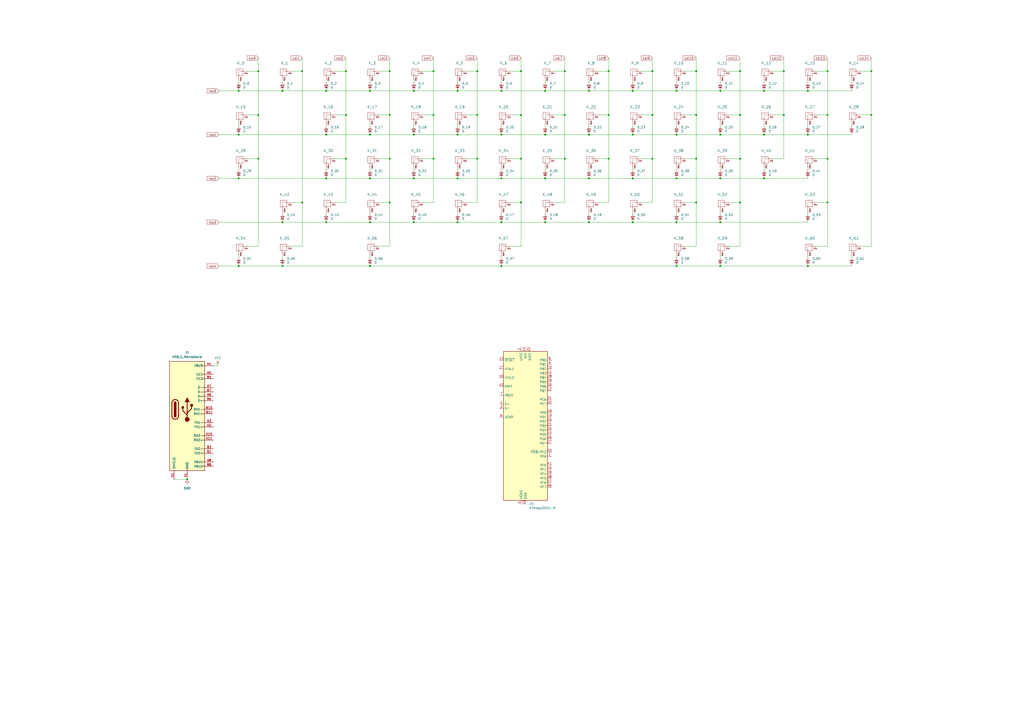
<source format=kicad_sch>
(kicad_sch (version 20231120) (generator "eeschema") (generator_version "8.0")
  (paper "A2")
  (junction (at 265.43 78.105))
  (junction (at 367.03 128.905))
  (junction (at 302.26 41.275))
  (junction (at 138.43 78.105))
  (junction (at 214.63 103.505))
  (junction (at 378.46 92.075))
  (junction (at 505.46 41.275))
  (junction (at 480.06 92.075))
  (junction (at 468.63 154.305))
  (junction (at 443.23 103.505))
  (junction (at 367.03 52.705))
  (junction (at 316.23 128.905))
  (junction (at 108.585 278.13))
  (junction (at 163.83 128.905))
  (junction (at 189.23 103.505))
  (junction (at 302.26 117.475))
  (junction (at 251.46 41.275))
  (junction (at 417.83 103.505))
  (junction (at 276.86 66.675))
  (junction (at 392.43 128.905))
  (junction (at 214.63 154.305))
  (junction (at 226.06 66.675))
  (junction (at 392.43 103.505))
  (junction (at 353.06 41.275))
  (junction (at 403.86 66.675))
  (junction (at 251.46 92.075))
  (junction (at 443.23 78.105))
  (junction (at 189.23 78.105))
  (junction (at 214.63 52.705))
  (junction (at 454.66 41.275))
  (junction (at 429.26 66.675))
  (junction (at 290.83 103.505))
  (junction (at 265.43 52.705))
  (junction (at 251.46 66.675))
  (junction (at 367.03 78.105))
  (junction (at 290.83 78.105))
  (junction (at 138.43 103.505))
  (junction (at 480.06 41.275))
  (junction (at 468.63 52.705))
  (junction (at 417.83 128.905))
  (junction (at 302.26 66.675))
  (junction (at 265.43 128.905))
  (junction (at 149.86 41.275))
  (junction (at 240.03 78.105))
  (junction (at 341.63 52.705))
  (junction (at 367.03 103.505))
  (junction (at 429.26 92.075))
  (junction (at 403.86 117.475))
  (junction (at 240.03 52.705))
  (junction (at 327.66 41.275))
  (junction (at 392.43 78.105))
  (junction (at 403.86 92.075))
  (junction (at 175.26 41.275))
  (junction (at 240.03 128.905))
  (junction (at 378.46 66.675))
  (junction (at 226.06 41.275))
  (junction (at 226.06 117.475))
  (junction (at 149.86 66.675))
  (junction (at 163.83 154.305))
  (junction (at 163.83 52.705))
  (junction (at 265.43 103.505))
  (junction (at 276.86 41.275))
  (junction (at 468.63 78.105))
  (junction (at 429.26 117.475))
  (junction (at 189.23 128.905))
  (junction (at 443.23 52.705))
  (junction (at 290.83 52.705))
  (junction (at 189.23 52.705))
  (junction (at 341.63 128.905))
  (junction (at 138.43 154.305))
  (junction (at 505.46 66.675))
  (junction (at 200.66 66.675))
  (junction (at 341.63 103.505))
  (junction (at 392.43 154.305))
  (junction (at 341.63 78.105))
  (junction (at 316.23 103.505))
  (junction (at 327.66 66.675))
  (junction (at 403.86 41.275))
  (junction (at 290.83 154.305))
  (junction (at 378.46 41.275))
  (junction (at 138.43 52.705))
  (junction (at 200.66 41.275))
  (junction (at 240.03 103.505))
  (junction (at 226.06 92.075))
  (junction (at 353.06 66.675))
  (junction (at 480.06 117.475))
  (junction (at 454.66 66.675))
  (junction (at 353.06 92.075))
  (junction (at 429.26 41.275))
  (junction (at 149.86 92.075))
  (junction (at 327.66 92.075))
  (junction (at 392.43 52.705))
  (junction (at 175.26 117.475))
  (junction (at 316.23 52.705))
  (junction (at 417.83 154.305))
  (junction (at 417.83 52.705))
  (junction (at 214.63 128.905))
  (junction (at 214.63 78.105))
  (junction (at 480.06 66.675))
  (junction (at 316.23 78.105))
  (junction (at 276.86 92.075))
  (junction (at 290.83 128.905))
  (junction (at 200.66 92.075))
  (junction (at 417.83 78.105))
  (junction (at 302.26 92.075))
  (wire (pts (xy 397.51 66.675) (xy 403.86 66.675)))
  (wire (pts (xy 397.51 41.275) (xy 403.86 41.275)))
  (wire (pts (xy 499.11 142.875) (xy 505.46 142.875)))
  (wire (pts (xy 127 103.505) (xy 138.43 103.505)))
  (wire (pts (xy 417.83 71.755) (xy 417.83 73.025)))
  (wire (pts (xy 443.23 78.105) (xy 468.63 78.105)))
  (wire (pts (xy 392.43 52.705) (xy 417.83 52.705)))
  (wire (pts (xy 245.11 92.075) (xy 251.46 92.075)))
  (wire (pts (xy 240.03 78.105) (xy 265.43 78.105)))
  (wire (pts (xy 397.51 117.475) (xy 403.86 117.475)))
  (wire (pts (xy 494.03 147.955) (xy 494.03 149.225)))
  (wire (pts (xy 480.06 33.655) (xy 480.06 41.275)))
  (wire (pts (xy 378.46 41.275) (xy 378.46 66.675)))
  (wire (pts (xy 378.46 92.075) (xy 378.46 66.675)))
  (wire (pts (xy 149.86 142.875) (xy 149.86 92.075)))
  (wire (pts (xy 473.71 66.675) (xy 480.06 66.675)))
  (wire (pts (xy 341.63 78.105) (xy 367.03 78.105)))
  (wire (pts (xy 353.06 117.475) (xy 353.06 92.075)))
  (wire (pts (xy 443.23 97.155) (xy 443.23 98.425)))
  (wire (pts (xy 454.66 92.075) (xy 454.66 66.675)))
  (wire (pts (xy 367.03 71.755) (xy 367.03 73.025)))
  (wire (pts (xy 138.43 97.155) (xy 138.43 98.425)))
  (wire (pts (xy 163.83 46.355) (xy 163.83 47.625)))
  (wire (pts (xy 378.46 33.655) (xy 378.46 41.275)))
  (wire (pts (xy 372.11 66.675) (xy 378.46 66.675)))
  (wire (pts (xy 341.63 122.555) (xy 341.63 123.825)))
  (wire (pts (xy 443.23 46.355) (xy 443.23 47.625)))
  (wire (pts (xy 163.83 147.955) (xy 163.83 149.225)))
  (wire (pts (xy 270.51 92.075) (xy 276.86 92.075)))
  (wire (pts (xy 473.71 41.275) (xy 480.06 41.275)))
  (wire (pts (xy 163.83 154.305) (xy 214.63 154.305)))
  (wire (pts (xy 392.43 147.955) (xy 392.43 149.225)))
  (wire (pts (xy 448.31 66.675) (xy 454.66 66.675)))
  (wire (pts (xy 214.63 128.905) (xy 240.03 128.905)))
  (wire (pts (xy 321.31 92.075) (xy 327.66 92.075)))
  (wire (pts (xy 468.63 147.955) (xy 468.63 149.225)))
  (wire (pts (xy 175.26 142.875) (xy 175.26 117.475)))
  (wire (pts (xy 316.23 46.355) (xy 316.23 47.625)))
  (wire (pts (xy 143.51 142.875) (xy 149.86 142.875)))
  (wire (pts (xy 341.63 52.705) (xy 367.03 52.705)))
  (wire (pts (xy 240.03 52.705) (xy 265.43 52.705)))
  (wire (pts (xy 302.26 92.075) (xy 302.26 66.675)))
  (wire (pts (xy 219.71 41.275) (xy 226.06 41.275)))
  (wire (pts (xy 265.43 122.555) (xy 265.43 123.825)))
  (wire (pts (xy 302.26 33.655) (xy 302.26 41.275)))
  (wire (pts (xy 163.83 122.555) (xy 163.83 123.825)))
  (wire (pts (xy 251.46 41.275) (xy 251.46 66.675)))
  (wire (pts (xy 127 128.905) (xy 163.83 128.905)))
  (wire (pts (xy 214.63 46.355) (xy 214.63 47.625)))
  (wire (pts (xy 194.31 66.675) (xy 200.66 66.675)))
  (wire (pts (xy 175.26 33.655) (xy 175.26 41.275)))
  (wire (pts (xy 214.63 154.305) (xy 290.83 154.305)))
  (wire (pts (xy 494.03 71.755) (xy 494.03 73.025)))
  (wire (pts (xy 290.83 154.305) (xy 392.43 154.305)))
  (wire (pts (xy 341.63 103.505) (xy 367.03 103.505)))
  (wire (pts (xy 316.23 52.705) (xy 341.63 52.705)))
  (wire (pts (xy 480.06 142.875) (xy 480.06 117.475)))
  (wire (pts (xy 270.51 41.275) (xy 276.86 41.275)))
  (wire (pts (xy 367.03 46.355) (xy 367.03 47.625)))
  (wire (pts (xy 219.71 66.675) (xy 226.06 66.675)))
  (wire (pts (xy 240.03 71.755) (xy 240.03 73.025)))
  (wire (pts (xy 468.63 122.555) (xy 468.63 123.825)))
  (wire (pts (xy 473.71 92.075) (xy 480.06 92.075)))
  (wire (pts (xy 295.91 92.075) (xy 302.26 92.075)))
  (wire (pts (xy 127 154.305) (xy 138.43 154.305)))
  (wire (pts (xy 397.51 92.075) (xy 403.86 92.075)))
  (wire (pts (xy 403.86 142.875) (xy 403.86 117.475)))
  (wire (pts (xy 397.51 142.875) (xy 403.86 142.875)))
  (wire (pts (xy 417.83 154.305) (xy 468.63 154.305)))
  (wire (pts (xy 194.31 92.075) (xy 200.66 92.075)))
  (wire (pts (xy 270.51 117.475) (xy 276.86 117.475)))
  (wire (pts (xy 138.43 147.955) (xy 138.43 149.225)))
  (wire (pts (xy 290.83 128.905) (xy 316.23 128.905)))
  (wire (pts (xy 276.86 117.475) (xy 276.86 92.075)))
  (wire (pts (xy 316.23 97.155) (xy 316.23 98.425)))
  (wire (pts (xy 480.06 92.075) (xy 480.06 66.675)))
  (wire (pts (xy 327.66 117.475) (xy 327.66 92.075)))
  (wire (pts (xy 403.86 92.075) (xy 403.86 66.675)))
  (wire (pts (xy 316.23 71.755) (xy 316.23 73.025)))
  (wire (pts (xy 422.91 117.475) (xy 429.26 117.475)))
  (wire (pts (xy 327.66 92.075) (xy 327.66 66.675)))
  (wire (pts (xy 468.63 154.305) (xy 494.03 154.305)))
  (wire (pts (xy 392.43 103.505) (xy 417.83 103.505)))
  (wire (pts (xy 392.43 46.355) (xy 392.43 47.625)))
  (wire (pts (xy 353.06 41.275) (xy 353.06 66.675)))
  (wire (pts (xy 372.11 92.075) (xy 378.46 92.075)))
  (wire (pts (xy 429.26 41.275) (xy 429.26 66.675)))
  (wire (pts (xy 392.43 78.105) (xy 417.83 78.105)))
  (wire (pts (xy 316.23 128.905) (xy 341.63 128.905)))
  (wire (pts (xy 302.26 41.275) (xy 302.26 66.675)))
  (wire (pts (xy 194.31 41.275) (xy 200.66 41.275)))
  (wire (pts (xy 327.66 41.275) (xy 327.66 66.675)))
  (wire (pts (xy 295.91 66.675) (xy 302.26 66.675)))
  (wire (pts (xy 138.43 46.355) (xy 138.43 47.625)))
  (wire (pts (xy 126.365 212.09) (xy 123.825 212.09)))
  (wire (pts (xy 468.63 52.705) (xy 494.03 52.705)))
  (wire (pts (xy 143.51 41.275) (xy 149.86 41.275)))
  (wire (pts (xy 316.23 122.555) (xy 316.23 123.825)))
  (wire (pts (xy 175.26 41.275) (xy 175.26 117.475)))
  (wire (pts (xy 367.03 97.155) (xy 367.03 98.425)))
  (wire (pts (xy 367.03 52.705) (xy 392.43 52.705)))
  (wire (pts (xy 194.31 117.475) (xy 200.66 117.475)))
  (wire (pts (xy 295.91 41.275) (xy 302.26 41.275)))
  (wire (pts (xy 295.91 117.475) (xy 302.26 117.475)))
  (wire (pts (xy 214.63 78.105) (xy 240.03 78.105)))
  (wire (pts (xy 302.26 117.475) (xy 302.26 92.075)))
  (wire (pts (xy 341.63 71.755) (xy 341.63 73.025)))
  (wire (pts (xy 505.46 41.275) (xy 505.46 66.675)))
  (wire (pts (xy 276.86 41.275) (xy 276.86 66.675)))
  (wire (pts (xy 443.23 52.705) (xy 468.63 52.705)))
  (wire (pts (xy 240.03 128.905) (xy 265.43 128.905)))
  (wire (pts (xy 290.83 71.755) (xy 290.83 73.025)))
  (wire (pts (xy 265.43 71.755) (xy 265.43 73.025)))
  (wire (pts (xy 251.46 92.075) (xy 251.46 66.675)))
  (wire (pts (xy 214.63 103.505) (xy 240.03 103.505)))
  (wire (pts (xy 240.03 97.155) (xy 240.03 98.425)))
  (wire (pts (xy 290.83 97.155) (xy 290.83 98.425)))
  (wire (pts (xy 265.43 97.155) (xy 265.43 98.425)))
  (wire (pts (xy 321.31 66.675) (xy 327.66 66.675)))
  (wire (pts (xy 189.23 103.505) (xy 214.63 103.505)))
  (wire (pts (xy 392.43 97.155) (xy 392.43 98.425)))
  (wire (pts (xy 327.66 33.655) (xy 327.66 41.275)))
  (wire (pts (xy 276.86 92.075) (xy 276.86 66.675)))
  (wire (pts (xy 346.71 41.275) (xy 353.06 41.275)))
  (wire (pts (xy 127 78.105) (xy 138.43 78.105)))
  (wire (pts (xy 422.91 41.275) (xy 429.26 41.275)))
  (wire (pts (xy 454.66 33.655) (xy 454.66 41.275)))
  (wire (pts (xy 143.51 92.075) (xy 149.86 92.075)))
  (wire (pts (xy 321.31 117.475) (xy 327.66 117.475)))
  (wire (pts (xy 143.51 66.675) (xy 149.86 66.675)))
  (wire (pts (xy 392.43 128.905) (xy 417.83 128.905)))
  (wire (pts (xy 321.31 41.275) (xy 327.66 41.275)))
  (wire (pts (xy 200.66 41.275) (xy 200.66 66.675)))
  (wire (pts (xy 480.06 117.475) (xy 480.06 92.075)))
  (wire (pts (xy 200.66 117.475) (xy 200.66 92.075)))
  (wire (pts (xy 429.26 142.875) (xy 429.26 117.475)))
  (wire (pts (xy 372.11 41.275) (xy 378.46 41.275)))
  (wire (pts (xy 189.23 128.905) (xy 214.63 128.905)))
  (wire (pts (xy 149.86 41.275) (xy 149.86 66.675)))
  (wire (pts (xy 265.43 103.505) (xy 290.83 103.505)))
  (wire (pts (xy 417.83 128.905) (xy 468.63 128.905)))
  (wire (pts (xy 417.83 97.155) (xy 417.83 98.425)))
  (wire (pts (xy 138.43 78.105) (xy 189.23 78.105)))
  (wire (pts (xy 417.83 103.505) (xy 443.23 103.505)))
  (wire (pts (xy 316.23 78.105) (xy 341.63 78.105)))
  (wire (pts (xy 189.23 52.705) (xy 214.63 52.705)))
  (wire (pts (xy 200.66 92.075) (xy 200.66 66.675)))
  (wire (pts (xy 214.63 52.705) (xy 240.03 52.705)))
  (wire (pts (xy 290.83 78.105) (xy 316.23 78.105)))
  (wire (pts (xy 163.83 128.905) (xy 189.23 128.905)))
  (wire (pts (xy 138.43 71.755) (xy 138.43 73.025)))
  (wire (pts (xy 443.23 103.505) (xy 468.63 103.505)))
  (wire (pts (xy 429.26 33.655) (xy 429.26 41.275)))
  (wire (pts (xy 138.43 52.705) (xy 163.83 52.705)))
  (wire (pts (xy 168.91 142.875) (xy 175.26 142.875)))
  (wire (pts (xy 240.03 122.555) (xy 240.03 123.825)))
  (wire (pts (xy 290.83 103.505) (xy 316.23 103.505)))
  (wire (pts (xy 214.63 97.155) (xy 214.63 98.425)))
  (wire (pts (xy 240.03 46.355) (xy 240.03 47.625)))
  (wire (pts (xy 168.91 41.275) (xy 175.26 41.275)))
  (wire (pts (xy 367.03 103.505) (xy 392.43 103.505)))
  (wire (pts (xy 189.23 78.105) (xy 214.63 78.105)))
  (wire (pts (xy 448.31 92.075) (xy 454.66 92.075)))
  (wire (pts (xy 149.86 92.075) (xy 149.86 66.675)))
  (wire (pts (xy 265.43 78.105) (xy 290.83 78.105)))
  (wire (pts (xy 417.83 147.955) (xy 417.83 149.225)))
  (wire (pts (xy 163.83 52.705) (xy 189.23 52.705)))
  (wire (pts (xy 290.83 147.955) (xy 290.83 149.225)))
  (wire (pts (xy 290.83 46.355) (xy 290.83 47.625)))
  (wire (pts (xy 378.46 117.475) (xy 378.46 92.075)))
  (wire (pts (xy 341.63 128.905) (xy 367.03 128.905)))
  (wire (pts (xy 422.91 92.075) (xy 429.26 92.075)))
  (wire (pts (xy 265.43 128.905) (xy 290.83 128.905)))
  (wire (pts (xy 505.46 33.655) (xy 505.46 41.275)))
  (wire (pts (xy 473.71 117.475) (xy 480.06 117.475)))
  (wire (pts (xy 200.66 33.655) (xy 200.66 41.275)))
  (wire (pts (xy 392.43 154.305) (xy 417.83 154.305)))
  (wire (pts (xy 341.63 97.155) (xy 341.63 98.425)))
  (wire (pts (xy 295.91 142.875) (xy 302.26 142.875)))
  (wire (pts (xy 443.23 71.755) (xy 443.23 73.025)))
  (wire (pts (xy 138.43 154.305) (xy 163.83 154.305)))
  (wire (pts (xy 302.26 142.875) (xy 302.26 117.475)))
  (wire (pts (xy 226.06 142.875) (xy 226.06 117.475)))
  (wire (pts (xy 189.23 46.355) (xy 189.23 47.625)))
  (wire (pts (xy 290.83 52.705) (xy 316.23 52.705)))
  (wire (pts (xy 240.03 103.505) (xy 265.43 103.505)))
  (wire (pts (xy 468.63 46.355) (xy 468.63 47.625)))
  (wire (pts (xy 468.63 71.755) (xy 468.63 73.025)))
  (wire (pts (xy 245.11 117.475) (xy 251.46 117.475)))
  (wire (pts (xy 403.86 41.275) (xy 403.86 66.675)))
  (wire (pts (xy 505.46 142.875) (xy 505.46 66.675)))
  (wire (pts (xy 214.63 122.555) (xy 214.63 123.825)))
  (wire (pts (xy 499.11 66.675) (xy 505.46 66.675)))
  (wire (pts (xy 226.06 33.655) (xy 226.06 41.275)))
  (wire (pts (xy 367.03 128.905) (xy 392.43 128.905)))
  (wire (pts (xy 346.71 92.075) (xy 353.06 92.075)))
  (wire (pts (xy 353.06 33.655) (xy 353.06 41.275)))
  (wire (pts (xy 245.11 66.675) (xy 251.46 66.675)))
  (wire (pts (xy 417.83 122.555) (xy 417.83 123.825)))
  (wire (pts (xy 245.11 41.275) (xy 251.46 41.275)))
  (wire (pts (xy 251.46 33.655) (xy 251.46 41.275)))
  (wire (pts (xy 346.71 66.675) (xy 353.06 66.675)))
  (wire (pts (xy 417.83 52.705) (xy 443.23 52.705)))
  (wire (pts (xy 127 52.705) (xy 138.43 52.705)))
  (wire (pts (xy 100.965 278.13) (xy 108.585 278.13)))
  (wire (pts (xy 429.26 117.475) (xy 429.26 92.075)))
  (wire (pts (xy 219.71 92.075) (xy 226.06 92.075)))
  (wire (pts (xy 367.03 122.555) (xy 367.03 123.825)))
  (wire (pts (xy 138.43 103.505) (xy 189.23 103.505)))
  (wire (pts (xy 403.86 33.655) (xy 403.86 41.275)))
  (wire (pts (xy 429.26 92.075) (xy 429.26 66.675)))
  (wire (pts (xy 276.86 33.655) (xy 276.86 41.275)))
  (wire (pts (xy 422.91 66.675) (xy 429.26 66.675)))
  (wire (pts (xy 270.51 66.675) (xy 276.86 66.675)))
  (wire (pts (xy 392.43 71.755) (xy 392.43 73.025)))
  (wire (pts (xy 226.06 41.275) (xy 226.06 66.675)))
  (wire (pts (xy 214.63 71.755) (xy 214.63 73.025)))
  (wire (pts (xy 189.23 122.555) (xy 189.23 123.825)))
  (wire (pts (xy 219.71 117.475) (xy 226.06 117.475)))
  (wire (pts (xy 454.66 41.275) (xy 454.66 66.675)))
  (wire (pts (xy 214.63 147.955) (xy 214.63 149.225)))
  (wire (pts (xy 499.11 41.275) (xy 505.46 41.275)))
  (wire (pts (xy 265.43 52.705) (xy 290.83 52.705)))
  (wire (pts (xy 290.83 122.555) (xy 290.83 123.825)))
  (wire (pts (xy 422.91 142.875) (xy 429.26 142.875)))
  (wire (pts (xy 226.06 117.475) (xy 226.06 92.075)))
  (wire (pts (xy 265.43 46.355) (xy 265.43 47.625)))
  (wire (pts (xy 468.63 78.105) (xy 494.03 78.105)))
  (wire (pts (xy 417.83 78.105) (xy 443.23 78.105)))
  (wire (pts (xy 494.03 46.355) (xy 494.03 47.625)))
  (wire (pts (xy 480.06 41.275) (xy 480.06 66.675)))
  (wire (pts (xy 473.71 142.875) (xy 480.06 142.875)))
  (wire (pts (xy 403.86 117.475) (xy 403.86 92.075)))
  (wire (pts (xy 149.86 33.655) (xy 149.86 41.275)))
  (wire (pts (xy 189.23 71.755) (xy 189.23 73.025)))
  (wire (pts (xy 353.06 92.075) (xy 353.06 66.675)))
  (wire (pts (xy 417.83 46.355) (xy 417.83 47.625)))
  (wire (pts (xy 226.06 92.075) (xy 226.06 66.675)))
  (wire (pts (xy 251.46 117.475) (xy 251.46 92.075)))
  (wire (pts (xy 372.11 117.475) (xy 378.46 117.475)))
  (wire (pts (xy 346.71 117.475) (xy 353.06 117.475)))
  (wire (pts (xy 168.91 117.475) (xy 175.26 117.475)))
  (wire (pts (xy 392.43 122.555) (xy 392.43 123.825)))
  (wire (pts (xy 189.23 97.155) (xy 189.23 98.425)))
  (wire (pts (xy 367.03 78.105) (xy 392.43 78.105)))
  (wire (pts (xy 448.31 41.275) (xy 454.66 41.275)))
  (wire (pts (xy 219.71 142.875) (xy 226.06 142.875)))
  (wire (pts (xy 316.23 103.505) (xy 341.63 103.505)))
  (wire (pts (xy 341.63 46.355) (xy 341.63 47.625)))
  (wire (pts (xy 468.63 97.155) (xy 468.63 98.425)))
  (global_label "col10" (shape input) (at 403.86 33.655 180) (property "Intersheetrefs" "${INTERSHEET_REFS}" (effects (hide yes))))
  (global_label "col7" (shape input) (at 327.66 33.655 180) (property "Intersheetrefs" "${INTERSHEET_REFS}" (effects (hide yes))))
  (global_label "col2" (shape input) (at 200.66 33.655 180) (property "Intersheetrefs" "${INTERSHEET_REFS}" (effects (hide yes))))
  (global_label "col13" (shape input) (at 480.06 33.655 180) (property "Intersheetrefs" "${INTERSHEET_REFS}" (effects (hide yes))))
  (global_label "col8" (shape input) (at 353.06 33.655 180) (property "Intersheetrefs" "${INTERSHEET_REFS}" (effects (hide yes))))
  (global_label "row2" (shape input) (at 127 103.505 180) (property "Intersheetrefs" "${INTERSHEET_REFS}" (effects (hide yes))))
  (global_label "col5" (shape input) (at 276.86 33.655 180) (property "Intersheetrefs" "${INTERSHEET_REFS}" (effects (hide yes))))
  (global_label "col9" (shape input) (at 378.46 33.655 180) (property "Intersheetrefs" "${INTERSHEET_REFS}" (effects (hide yes))))
  (global_label "col6" (shape input) (at 302.26 33.655 180) (property "Intersheetrefs" "${INTERSHEET_REFS}" (effects (hide yes))))
  (global_label "col11" (shape input) (at 429.26 33.655 180) (property "Intersheetrefs" "${INTERSHEET_REFS}" (effects (hide yes))))
  (global_label "col3" (shape input) (at 226.06 33.655 180) (property "Intersheetrefs" "${INTERSHEET_REFS}" (effects (hide yes))))
  (global_label "row1" (shape input) (at 127 78.105 180) (property "Intersheetrefs" "${INTERSHEET_REFS}" (effects (hide yes))))
  (global_label "row0" (shape input) (at 127 52.705 180) (property "Intersheetrefs" "${INTERSHEET_REFS}" (effects (hide yes))))
  (global_label "col1" (shape input) (at 175.26 33.655 180) (property "Intersheetrefs" "${INTERSHEET_REFS}" (effects (hide yes))))
  (global_label "row3" (shape input) (at 127 128.905 180) (property "Intersheetrefs" "${INTERSHEET_REFS}" (effects (hide yes))))
  (global_label "row4" (shape input) (at 127 154.305 180) (property "Intersheetrefs" "${INTERSHEET_REFS}" (effects (hide yes))))
  (global_label "col14" (shape input) (at 505.46 33.655 180) (property "Intersheetrefs" "${INTERSHEET_REFS}" (effects (hide yes))))
  (global_label "col4" (shape input) (at 251.46 33.655 180) (property "Intersheetrefs" "${INTERSHEET_REFS}" (effects (hide yes))))
  (global_label "col0" (shape input) (at 149.86 33.655 180) (property "Intersheetrefs" "${INTERSHEET_REFS}" (effects (hide yes))))
  (global_label "col12" (shape input) (at 454.66 33.655 180) (property "Intersheetrefs" "${INTERSHEET_REFS}" (effects (hide yes))))
  (symbol (lib_id "MX_Alps_Hybrid:MX-NoLED") (at 495.3 42.545 0) (unit 1)
    (property "Reference" "K_14" (at 495.3 36.6268 0) (effects (font (size 1.524 1.524))))
    (property "Value" "KEYSW" (effects (hide yes)))
    (property "Footprint" "keyboard_switches:SW_Cherry_MX_PCB_1.00u" (effects (hide yes)))
  )
  (symbol (lib_id "MX_Alps_Hybrid:MX-NoLED") (at 317.5 93.345 0) (unit 1)
    (property "Reference" "K_35" (at 317.5 87.4268 0) (effects (font (size 1.524 1.524))))
    (property "Value" "KEYSW" (effects (hide yes)))
    (property "Footprint" "keyboard_switches:SW_Cherry_MX_PCB_1.00u" (effects (hide yes)))
  )
  (symbol (lib_id "MX_Alps_Hybrid:MX-NoLED") (at 190.5 118.745 0) (unit 1)
    (property "Reference" "K_43" (at 190.5 112.8268 0) (effects (font (size 1.524 1.524))))
    (property "Value" "KEYSW" (effects (hide yes)))
    (property "Footprint" "keyboard_switches:SW_Cherry_MX_PCB_1.00u" (effects (hide yes)))
  )
  (symbol (lib_id "Device:D_Small") (at 494.03 151.765 90) (unit 1)
    (property "Reference" "D_61" (at 496.57 149.987 90) (effects (justify right)))
    (property "Value" "D" (at 496.57 152.273 90) (effects (justify right)))
    (property "Footprint" "Diode_SMD:D_SOD-123" (effects (hide yes)))
  )
  (symbol (lib_id "MX_Alps_Hybrid:MX-NoLED") (at 190.5 67.945 0) (unit 1)
    (property "Reference" "K_16" (at 190.5 62.0268 0) (effects (font (size 1.524 1.524))))
    (property "Value" "KEYSW" (effects (hide yes)))
    (property "Footprint" "keyboard_switches:SW_Cherry_MX_PCB_1.00u" (effects (hide yes)))
  )
  (symbol (lib_id "MX_Alps_Hybrid:MX-NoLED") (at 266.7 42.545 0) (unit 1)
    (property "Reference" "K_5" (at 266.7 36.6268 0) (effects (font (size 1.524 1.524))))
    (property "Value" "KEYSW" (effects (hide yes)))
    (property "Footprint" "keyboard_switches:SW_Cherry_MX_PCB_1.00u" (effects (hide yes)))
  )
  (symbol (lib_id "Device:D_Small") (at 163.83 50.165 90) (unit 1)
    (property "Reference" "D_1" (at 166.37 48.387 90) (effects (justify right)))
    (property "Value" "D" (at 166.37 50.673 90) (effects (justify right)))
    (property "Footprint" "Diode_SMD:D_SOD-123" (effects (hide yes)))
  )
  (symbol (lib_id "Device:D_Small") (at 240.03 75.565 90) (unit 1)
    (property "Reference" "D_18" (at 242.57 73.787 90) (effects (justify right)))
    (property "Value" "D" (at 242.57 76.073 90) (effects (justify right)))
    (property "Footprint" "Diode_SMD:D_SOD-123" (effects (hide yes)))
  )
  (symbol (lib_id "MX_Alps_Hybrid:MX-NoLED") (at 241.3 67.945 0) (unit 1)
    (property "Reference" "K_18" (at 241.3 62.0268 0) (effects (font (size 1.524 1.524))))
    (property "Value" "KEYSW" (effects (hide yes)))
    (property "Footprint" "keyboard_switches:SW_Cherry_MX_PCB_1.00u" (effects (hide yes)))
  )
  (symbol (lib_id "MX_Alps_Hybrid:MX-NoLED") (at 368.3 67.945 0) (unit 1)
    (property "Reference" "K_23" (at 368.3 62.0268 0) (effects (font (size 1.524 1.524))))
    (property "Value" "KEYSW" (effects (hide yes)))
    (property "Footprint" "keyboard_switches:SW_Cherry_MX_PCB_1.00u" (effects (hide yes)))
  )
  (symbol (lib_id "MX_Alps_Hybrid:MX-NoLED") (at 139.7 144.145 0) (unit 1)
    (property "Reference" "K_54" (at 139.7 138.2268 0) (effects (font (size 1.524 1.524))))
    (property "Value" "KEYSW" (effects (hide yes)))
    (property "Footprint" "keyboard_switches:SW_Cherry_MX_PCB_1.25u" (effects (hide yes)))
  )
  (symbol (lib_id "Device:D_Small") (at 417.83 50.165 90) (unit 1)
    (property "Reference" "D_11" (at 420.37 48.387 90) (effects (justify right)))
    (property "Value" "D" (at 420.37 50.673 90) (effects (justify right)))
    (property "Footprint" "Diode_SMD:D_SOD-123" (effects (hide yes)))
  )
  (symbol (lib_id "MX_Alps_Hybrid:MX-NoLED") (at 317.5 118.745 0) (unit 1)
    (property "Reference" "K_48" (at 317.5 112.8268 0) (effects (font (size 1.524 1.524))))
    (property "Value" "KEYSW" (effects (hide yes)))
    (property "Footprint" "keyboard_switches:SW_Cherry_MX_PCB_1.00u" (effects (hide yes)))
  )
  (symbol (lib_id "Device:D_Small") (at 367.03 75.565 90) (unit 1)
    (property "Reference" "D_23" (at 369.57 73.787 90) (effects (justify right)))
    (property "Value" "D" (at 369.57 76.073 90) (effects (justify right)))
    (property "Footprint" "Diode_SMD:D_SOD-123" (effects (hide yes)))
  )
  (symbol (lib_id "Device:D_Small") (at 189.23 100.965 90) (unit 1)
    (property "Reference" "D_30" (at 191.77 99.187 90) (effects (justify right)))
    (property "Value" "D" (at 191.77 101.473 90) (effects (justify right)))
    (property "Footprint" "Diode_SMD:D_SOD-123" (effects (hide yes)))
  )
  (symbol (lib_id "Device:D_Small") (at 443.23 75.565 90) (unit 1)
    (property "Reference" "D_26" (at 445.77 73.787 90) (effects (justify right)))
    (property "Value" "D" (at 445.77 76.073 90) (effects (justify right)))
    (property "Footprint" "Diode_SMD:D_SOD-123" (effects (hide yes)))
  )
  (symbol (lib_id "Device:D_Small") (at 341.63 75.565 90) (unit 1)
    (property "Reference" "D_22" (at 344.17 73.787 90) (effects (justify right)))
    (property "Value" "D" (at 344.17 76.073 90) (effects (justify right)))
    (property "Footprint" "Diode_SMD:D_SOD-123" (effects (hide yes)))
  )
  (symbol (lib_id "MX_Alps_Hybrid:MX-NoLED") (at 266.7 93.345 0) (unit 1)
    (property "Reference" "K_33" (at 266.7 87.4268 0) (effects (font (size 1.524 1.524))))
    (property "Value" "KEYSW" (effects (hide yes)))
    (property "Footprint" "keyboard_switches:SW_Cherry_MX_PCB_1.00u" (effects (hide yes)))
  )
  (symbol (lib_id "MX_Alps_Hybrid:MX-NoLED") (at 342.9 42.545 0) (unit 1)
    (property "Reference" "K_8" (at 342.9 36.6268 0) (effects (font (size 1.524 1.524))))
    (property "Value" "KEYSW" (effects (hide yes)))
    (property "Footprint" "keyboard_switches:SW_Cherry_MX_PCB_1.00u" (effects (hide yes)))
  )
  (symbol (lib_id "MX_Alps_Hybrid:MX-NoLED") (at 139.7 93.345 0) (unit 1)
    (property "Reference" "K_29" (at 139.7 87.4268 0) (effects (font (size 1.524 1.524))))
    (property "Value" "KEYSW" (effects (hide yes)))
    (property "Footprint" "keyboard_switches:SW_Cherry_MX_PCB_1.75u" (effects (hide yes)))
  )
  (symbol (lib_id "Device:D_Small") (at 290.83 75.565 90) (unit 1)
    (property "Reference" "D_20" (at 293.37 73.787 90) (effects (justify right)))
    (property "Value" "D" (at 293.37 76.073 90) (effects (justify right)))
    (property "Footprint" "Diode_SMD:D_SOD-123" (effects (hide yes)))
  )
  (symbol (lib_id "MX_Alps_Hybrid:MX-NoLED") (at 292.1 93.345 0) (unit 1)
    (property "Reference" "K_34" (at 292.1 87.4268 0) (effects (font (size 1.524 1.524))))
    (property "Value" "KEYSW" (effects (hide yes)))
    (property "Footprint" "keyboard_switches:SW_Cherry_MX_PCB_1.00u" (effects (hide yes)))
  )
  (symbol (lib_id "Device:D_Small") (at 290.83 50.165 90) (unit 1)
    (property "Reference" "D_6" (at 293.37 48.387 90) (effects (justify right)))
    (property "Value" "D" (at 293.37 50.673 90) (effects (justify right)))
    (property "Footprint" "Diode_SMD:D_SOD-123" (effects (hide yes)))
  )
  (symbol (lib_id "Device:D_Small") (at 316.23 75.565 90) (unit 1)
    (property "Reference" "D_21" (at 318.77 73.787 90) (effects (justify right)))
    (property "Value" "D" (at 318.77 76.073 90) (effects (justify right)))
    (property "Footprint" "Diode_SMD:D_SOD-123" (effects (hide yes)))
  )
  (symbol (lib_id "MX_Alps_Hybrid:MX-NoLED") (at 368.3 42.545 0) (unit 1)
    (property "Reference" "K_9" (at 368.3 36.6268 0) (effects (font (size 1.524 1.524))))
    (property "Value" "KEYSW" (effects (hide yes)))
    (property "Footprint" "keyboard_switches:SW_Cherry_MX_PCB_1.00u" (effects (hide yes)))
  )
  (symbol (lib_id "MX_Alps_Hybrid:MX-NoLED") (at 292.1 67.945 0) (unit 1)
    (property "Reference" "K_20" (at 292.1 62.0268 0) (effects (font (size 1.524 1.524))))
    (property "Value" "KEYSW" (effects (hide yes)))
    (property "Footprint" "keyboard_switches:SW_Cherry_MX_PCB_1.00u" (effects (hide yes)))
  )
  (symbol (lib_id "Device:D_Small") (at 214.63 151.765 90) (unit 1)
    (property "Reference" "D_56" (at 217.17 149.987 90) (effects (justify right)))
    (property "Value" "D" (at 217.17 152.273 90) (effects (justify right)))
    (property "Footprint" "Diode_SMD:D_SOD-123" (effects (hide yes)))
  )
  (symbol (lib_id "Device:D_Small") (at 341.63 126.365 90) (unit 1)
    (property "Reference" "D_49" (at 344.17 124.587 90) (effects (justify right)))
    (property "Value" "D" (at 344.17 126.873 90) (effects (justify right)))
    (property "Footprint" "Diode_SMD:D_SOD-123" (effects (hide yes)))
  )
  (symbol (lib_id "MX_Alps_Hybrid:MX-NoLED") (at 469.9 67.945 0) (unit 1)
    (property "Reference" "K_27" (at 469.9 62.0268 0) (effects (font (size 1.524 1.524))))
    (property "Value" "KEYSW" (effects (hide yes)))
    (property "Footprint" "keyboard_switches:SW_Cherry_MX_PCB_1.00u" (effects (hide yes)))
  )
  (symbol (lib_id "Device:D_Small") (at 341.63 100.965 90) (unit 1)
    (property "Reference" "D_36" (at 344.17 99.187 90) (effects (justify right)))
    (property "Value" "D" (at 344.17 101.473 90) (effects (justify right)))
    (property "Footprint" "Diode_SMD:D_SOD-123" (effects (hide yes)))
  )
  (symbol (lib_id "MX_Alps_Hybrid:MX-NoLED") (at 393.7 67.945 0) (unit 1)
    (property "Reference" "K_24" (at 393.7 62.0268 0) (effects (font (size 1.524 1.524))))
    (property "Value" "KEYSW" (effects (hide yes)))
    (property "Footprint" "keyboard_switches:SW_Cherry_MX_PCB_1.00u" (effects (hide yes)))
  )
  (symbol (lib_id "MX_Alps_Hybrid:MX-NoLED") (at 215.9 67.945 0) (unit 1)
    (property "Reference" "K_17" (at 215.9 62.0268 0) (effects (font (size 1.524 1.524))))
    (property "Value" "KEYSW" (effects (hide yes)))
    (property "Footprint" "keyboard_switches:SW_Cherry_MX_PCB_1.00u" (effects (hide yes)))
  )
  (symbol (lib_id "MX_Alps_Hybrid:MX-NoLED") (at 419.1 42.545 0) (unit 1)
    (property "Reference" "K_11" (at 419.1 36.6268 0) (effects (font (size 1.524 1.524))))
    (property "Value" "KEYSW" (effects (hide yes)))
    (property "Footprint" "keyboard_switches:SW_Cherry_MX_PCB_1.00u" (effects (hide yes)))
  )
  (symbol (lib_id "MX_Alps_Hybrid:MX-NoLED") (at 292.1 144.145 0) (unit 1)
    (property "Reference" "K_57" (at 292.1 138.2268 0) (effects (font (size 1.524 1.524))))
    (property "Value" "KEYSW" (effects (hide yes)))
    (property "Footprint" "keyboard_switches:SW_Cherry_MX_PCB_6.25u" (effects (hide yes)))
  )
  (symbol (lib_id "MX_Alps_Hybrid:MX-NoLED") (at 419.1 93.345 0) (unit 1)
    (property "Reference" "K_39" (at 419.1 87.4268 0) (effects (font (size 1.524 1.524))))
    (property "Value" "KEYSW" (effects (hide yes)))
    (property "Footprint" "keyboard_switches:SW_Cherry_MX_PCB_1.00u" (effects (hide yes)))
  )
  (symbol (lib_id "MX_Alps_Hybrid:MX-NoLED") (at 215.9 118.745 0) (unit 1)
    (property "Reference" "K_44" (at 215.9 112.8268 0) (effects (font (size 1.524 1.524))))
    (property "Value" "KEYSW" (effects (hide yes)))
    (property "Footprint" "keyboard_switches:SW_Cherry_MX_PCB_1.00u" (effects (hide yes)))
  )
  (symbol (lib_id "Device:D_Small") (at 214.63 126.365 90) (unit 1)
    (property "Reference" "D_44" (at 217.17 124.587 90) (effects (justify right)))
    (property "Value" "D" (at 217.17 126.873 90) (effects (justify right)))
    (property "Footprint" "Diode_SMD:D_SOD-123" (effects (hide yes)))
  )
  (symbol (lib_id "Device:D_Small") (at 494.03 50.165 90) (unit 1)
    (property "Reference" "D_14" (at 496.57 48.387 90) (effects (justify right)))
    (property "Value" "D" (at 496.57 50.673 90) (effects (justify right)))
    (property "Footprint" "Diode_SMD:D_SOD-123" (effects (hide yes)))
  )
  (symbol (lib_id "MX_Alps_Hybrid:MX-NoLED") (at 393.7 144.145 0) (unit 1)
    (property "Reference" "K_58" (at 393.7 138.2268 0) (effects (font (size 1.524 1.524))))
    (property "Value" "KEYSW" (effects (hide yes)))
    (property "Footprint" "keyboard_switches:SW_Cherry_MX_PCB_1.25u" (effects (hide yes)))
  )
  (symbol (lib_id "Device:D_Small") (at 468.63 151.765 90) (unit 1)
    (property "Reference" "D_60" (at 471.17 149.987 90) (effects (justify right)))
    (property "Value" "D" (at 471.17 152.273 90) (effects (justify right)))
    (property "Footprint" "Diode_SMD:D_SOD-123" (effects (hide yes)))
  )
  (symbol (lib_id "Device:D_Small") (at 494.03 75.565 90) (unit 1)
    (property "Reference" "D_28" (at 496.57 73.787 90) (effects (justify right)))
    (property "Value" "D" (at 496.57 76.073 90) (effects (justify right)))
    (property "Footprint" "Diode_SMD:D_SOD-123" (effects (hide yes)))
  )
  (symbol (lib_id "MX_Alps_Hybrid:MX-NoLED") (at 215.9 42.545 0) (unit 1)
    (property "Reference" "K_3" (at 215.9 36.6268 0) (effects (font (size 1.524 1.524))))
    (property "Value" "KEYSW" (effects (hide yes)))
    (property "Footprint" "keyboard_switches:SW_Cherry_MX_PCB_1.00u" (effects (hide yes)))
  )
  (symbol (lib_id "Device:D_Small") (at 468.63 75.565 90) (unit 1)
    (property "Reference" "D_27" (at 471.17 73.787 90) (effects (justify right)))
    (property "Value" "D" (at 471.17 76.073 90) (effects (justify right)))
    (property "Footprint" "Diode_SMD:D_SOD-123" (effects (hide yes)))
  )
  (symbol (lib_id "MX_Alps_Hybrid:MX-NoLED") (at 393.7 93.345 0) (unit 1)
    (property "Reference" "K_38" (at 393.7 87.4268 0) (effects (font (size 1.524 1.524))))
    (property "Value" "KEYSW" (effects (hide yes)))
    (property "Footprint" "keyboard_switches:SW_Cherry_MX_PCB_1.00u" (effects (hide yes)))
  )
  (symbol (lib_id "Device:D_Small") (at 417.83 75.565 90) (unit 1)
    (property "Reference" "D_25" (at 420.37 73.787 90) (effects (justify right)))
    (property "Value" "D" (at 420.37 76.073 90) (effects (justify right)))
    (property "Footprint" "Diode_SMD:D_SOD-123" (effects (hide yes)))
  )
  (symbol (lib_id "Device:D_Small") (at 240.03 100.965 90) (unit 1)
    (property "Reference" "D_32" (at 242.57 99.187 90) (effects (justify right)))
    (property "Value" "D" (at 242.57 101.473 90) (effects (justify right)))
    (property "Footprint" "Diode_SMD:D_SOD-123" (effects (hide yes)))
  )
  (symbol (lib_id "Device:D_Small") (at 265.43 50.165 90) (unit 1)
    (property "Reference" "D_5" (at 267.97 48.387 90) (effects (justify right)))
    (property "Value" "D" (at 267.97 50.673 90) (effects (justify right)))
    (property "Footprint" "Diode_SMD:D_SOD-123" (effects (hide yes)))
  )
  (symbol (lib_id "MX_Alps_Hybrid:MX-NoLED") (at 419.1 144.145 0) (unit 1)
    (property "Reference" "K_59" (at 419.1 138.2268 0) (effects (font (size 1.524 1.524))))
    (property "Value" "KEYSW" (effects (hide yes)))
    (property "Footprint" "keyboard_switches:SW_Cherry_MX_PCB_1.25u" (effects (hide yes)))
  )
  (symbol (lib_id "MX_Alps_Hybrid:MX-NoLED") (at 342.9 93.345 0) (unit 1)
    (property "Reference" "K_36" (at 342.9 87.4268 0) (effects (font (size 1.524 1.524))))
    (property "Value" "KEYSW" (effects (hide yes)))
    (property "Footprint" "keyboard_switches:SW_Cherry_MX_PCB_1.00u" (effects (hide yes)))
  )
  (symbol (lib_id "Device:D_Small") (at 468.63 50.165 90) (unit 1)
    (property "Reference" "D_13" (at 471.17 48.387 90) (effects (justify right)))
    (property "Value" "D" (at 471.17 50.673 90) (effects (justify right)))
    (property "Footprint" "Diode_SMD:D_SOD-123" (effects (hide yes)))
  )
  (symbol (lib_id "MX_Alps_Hybrid:MX-NoLED") (at 266.7 67.945 0) (unit 1)
    (property "Reference" "K_19" (at 266.7 62.0268 0) (effects (font (size 1.524 1.524))))
    (property "Value" "KEYSW" (effects (hide yes)))
    (property "Footprint" "keyboard_switches:SW_Cherry_MX_PCB_1.00u" (effects (hide yes)))
  )
  (symbol (lib_id "MX_Alps_Hybrid:MX-NoLED") (at 419.1 118.745 0) (unit 1)
    (property "Reference" "K_52" (at 419.1 112.8268 0) (effects (font (size 1.524 1.524))))
    (property "Value" "KEYSW" (effects (hide yes)))
    (property "Footprint" "keyboard_switches:SW_Cherry_MX_PCB_1.00u" (effects (hide yes)))
  )
  (symbol (lib_id "Device:D_Small") (at 392.43 75.565 90) (unit 1)
    (property "Reference" "D_24" (at 394.97 73.787 90) (effects (justify right)))
    (property "Value" "D" (at 394.97 76.073 90) (effects (justify right)))
    (property "Footprint" "Diode_SMD:D_SOD-123" (effects (hide yes)))
  )
  (symbol (lib_id "MX_Alps_Hybrid:MX-NoLED") (at 469.9 42.545 0) (unit 1)
    (property "Reference" "K_13" (at 469.9 36.6268 0) (effects (font (size 1.524 1.524))))
    (property "Value" "KEYSW" (effects (hide yes)))
    (property "Footprint" "keyboard_switches:SW_Cherry_MX_PCB_1.00u" (effects (hide yes)))
  )
  (symbol (lib_id "Device:D_Small") (at 138.43 151.765 90) (unit 1)
    (property "Reference" "D_54" (at 140.97 149.987 90) (effects (justify right)))
    (property "Value" "D" (at 140.97 152.273 90) (effects (justify right)))
    (property "Footprint" "Diode_SMD:D_SOD-123" (effects (hide yes)))
  )
  (symbol (lib_id "Device:D_Small") (at 417.83 100.965 90) (unit 1)
    (property "Reference" "D_39" (at 420.37 99.187 90) (effects (justify right)))
    (property "Value" "D" (at 420.37 101.473 90) (effects (justify right)))
    (property "Footprint" "Diode_SMD:D_SOD-123" (effects (hide yes)))
  )
  (symbol (lib_id "Device:D_Small") (at 290.83 151.765 90) (unit 1)
    (property "Reference" "D_57" (at 293.37 149.987 90) (effects (justify right)))
    (property "Value" "D" (at 293.37 152.273 90) (effects (justify right)))
    (property "Footprint" "Diode_SMD:D_SOD-123" (effects (hide yes)))
  )
  (symbol (lib_id "Device:D_Small") (at 265.43 126.365 90) (unit 1)
    (property "Reference" "D_46" (at 267.97 124.587 90) (effects (justify right)))
    (property "Value" "D" (at 267.97 126.873 90) (effects (justify right)))
    (property "Footprint" "Diode_SMD:D_SOD-123" (effects (hide yes)))
  )
  (symbol (lib_id "Device:D_Small") (at 443.23 50.165 90) (unit 1)
    (property "Reference" "D_12" (at 445.77 48.387 90) (effects (justify right)))
    (property "Value" "D" (at 445.77 50.673 90) (effects (justify right)))
    (property "Footprint" "Diode_SMD:D_SOD-123" (effects (hide yes)))
  )
  (symbol (lib_id "MX_Alps_Hybrid:MX-NoLED") (at 444.5 42.545 0) (unit 1)
    (property "Reference" "K_12" (at 444.5 36.6268 0) (effects (font (size 1.524 1.524))))
    (property "Value" "KEYSW" (effects (hide yes)))
    (property "Footprint" "keyboard_switches:SW_Cherry_MX_PCB_1.00u" (effects (hide yes)))
  )
  (symbol (lib_id "Device:D_Small") (at 367.03 100.965 90) (unit 1)
    (property "Reference" "D_37" (at 369.57 99.187 90) (effects (justify right)))
    (property "Value" "D" (at 369.57 101.473 90) (effects (justify right)))
    (property "Footprint" "Diode_SMD:D_SOD-123" (effects (hide yes)))
  )
  (symbol (lib_id "MX_Alps_Hybrid:MX-NoLED") (at 266.7 118.745 0) (unit 1)
    (property "Reference" "K_46" (at 266.7 112.8268 0) (effects (font (size 1.524 1.524))))
    (property "Value" "KEYSW" (effects (hide yes)))
    (property "Footprint" "keyboard_switches:SW_Cherry_MX_PCB_1.00u" (effects (hide yes)))
  )
  (symbol (lib_id "Device:D_Small") (at 265.43 100.965 90) (unit 1)
    (property "Reference" "D_33" (at 267.97 99.187 90) (effects (justify right)))
    (property "Value" "D" (at 267.97 101.473 90) (effects (justify right)))
    (property "Footprint" "Diode_SMD:D_SOD-123" (effects (hide yes)))
  )
  (symbol (lib_id "Device:D_Small") (at 443.23 100.965 90) (unit 1)
    (property "Reference" "D_40" (at 445.77 99.187 90) (effects (justify right)))
    (property "Value" "D" (at 445.77 101.473 90) (effects (justify right)))
    (property "Footprint" "Diode_SMD:D_SOD-123" (effects (hide yes)))
  )
  (symbol (lib_id "Device:D_Small") (at 392.43 151.765 90) (unit 1)
    (property "Reference" "D_58" (at 394.97 149.987 90) (effects (justify right)))
    (property "Value" "D" (at 394.97 152.273 90) (effects (justify right)))
    (property "Footprint" "Diode_SMD:D_SOD-123" (effects (hide yes)))
  )
  (symbol (lib_id "MX_Alps_Hybrid:MX-NoLED") (at 393.7 42.545 0) (unit 1)
    (property "Reference" "K_10" (at 393.7 36.6268 0) (effects (font (size 1.524 1.524))))
    (property "Value" "KEYSW" (effects (hide yes)))
    (property "Footprint" "keyboard_switches:SW_Cherry_MX_PCB_1.00u" (effects (hide yes)))
  )
  (symbol (lib_id "Device:D_Small") (at 290.83 126.365 90) (unit 1)
    (property "Reference" "D_47" (at 293.37 124.587 90) (effects (justify right)))
    (property "Value" "D" (at 293.37 126.873 90) (effects (justify right)))
    (property "Footprint" "Diode_SMD:D_SOD-123" (effects (hide yes)))
  )
  (symbol (lib_id "Device:D_Small") (at 163.83 126.365 90) (unit 1)
    (property "Reference" "D_42" (at 166.37 124.587 90) (effects (justify right)))
    (property "Value" "D" (at 166.37 126.873 90) (effects (justify right)))
    (property "Footprint" "Diode_SMD:D_SOD-123" (effects (hide yes)))
  )
  (symbol (lib_id "Device:D_Small") (at 265.43 75.565 90) (unit 1)
    (property "Reference" "D_19" (at 267.97 73.787 90) (effects (justify right)))
    (property "Value" "D" (at 267.97 76.073 90) (effects (justify right)))
    (property "Footprint" "Diode_SMD:D_SOD-123" (effects (hide yes)))
  )
  (symbol (lib_id "MX_Alps_Hybrid:MX-NoLED") (at 139.7 67.945 0) (unit 1)
    (property "Reference" "K_15" (at 139.7 62.0268 0) (effects (font (size 1.524 1.524))))
    (property "Value" "KEYSW" (effects (hide yes)))
    (property "Footprint" "keyboard_switches:SW_Cherry_MX_PCB_1.50u" (effects (hide yes)))
  )
  (symbol (lib_id "Device:D_Small") (at 214.63 75.565 90) (unit 1)
    (property "Reference" "D_17" (at 217.17 73.787 90) (effects (justify right)))
    (property "Value" "D" (at 217.17 76.073 90) (effects (justify right)))
    (property "Footprint" "Diode_SMD:D_SOD-123" (effects (hide yes)))
  )
  (symbol (lib_id "Device:D_Small") (at 214.63 50.165 90) (unit 1)
    (property "Reference" "D_3" (at 217.17 48.387 90) (effects (justify right)))
    (property "Value" "D" (at 217.17 50.673 90) (effects (justify right)))
    (property "Footprint" "Diode_SMD:D_SOD-123" (effects (hide yes)))
  )
  (symbol (lib_id "Device:D_Small") (at 290.83 100.965 90) (unit 1)
    (property "Reference" "D_34" (at 293.37 99.187 90) (effects (justify right)))
    (property "Value" "D" (at 293.37 101.473 90) (effects (justify right)))
    (property "Footprint" "Diode_SMD:D_SOD-123" (effects (hide yes)))
  )
  (symbol (lib_id "Connector:USB_C_Receptacle") (at 108.585 237.49 0) (unit 1)
    (property "Reference" "J1" (at 108.585 204.47 0))
    (property "Value" "USB_C_Receptacle" (at 108.585 207.01 0))
    (property "Footprint" "Connector_USB:USB_C_Receptacle_G-Switch_GT-USB-7010ASV" (effects (hide yes)))
    (property "Datasheet" "https://www.usb.org/sites/default/files/documents/usb_type-c.zip" (effects (hide yes)))
  )
  (symbol (lib_id "MX_Alps_Hybrid:MX-NoLED") (at 241.3 93.345 0) (unit 1)
    (property "Reference" "K_32" (at 241.3 87.4268 0) (effects (font (size 1.524 1.524))))
    (property "Value" "KEYSW" (effects (hide yes)))
    (property "Footprint" "keyboard_switches:SW_Cherry_MX_PCB_1.00u" (effects (hide yes)))
  )
  (symbol (lib_id "MX_Alps_Hybrid:MX-NoLED") (at 215.9 93.345 0) (unit 1)
    (property "Reference" "K_31" (at 215.9 87.4268 0) (effects (font (size 1.524 1.524))))
    (property "Value" "KEYSW" (effects (hide yes)))
    (property "Footprint" "keyboard_switches:SW_Cherry_MX_PCB_1.00u" (effects (hide yes)))
  )
  (symbol (lib_id "Device:D_Small") (at 392.43 126.365 90) (unit 1)
    (property "Reference" "D_51" (at 394.97 124.587 90) (effects (justify right)))
    (property "Value" "D" (at 394.97 126.873 90) (effects (justify right)))
    (property "Footprint" "Diode_SMD:D_SOD-123" (effects (hide yes)))
  )
  (symbol (lib_id "Device:D_Small") (at 392.43 50.165 90) (unit 1)
    (property "Reference" "D_10" (at 394.97 48.387 90) (effects (justify right)))
    (property "Value" "D" (at 394.97 50.673 90) (effects (justify right)))
    (property "Footprint" "Diode_SMD:D_SOD-123" (effects (hide yes)))
  )
  (symbol (lib_id "Device:D_Small") (at 341.63 50.165 90) (unit 1)
    (property "Reference" "D_8" (at 344.17 48.387 90) (effects (justify right)))
    (property "Value" "D" (at 344.17 50.673 90) (effects (justify right)))
    (property "Footprint" "Diode_SMD:D_SOD-123" (effects (hide yes)))
  )
  (symbol (lib_id "Device:D_Small") (at 367.03 50.165 90) (unit 1)
    (property "Reference" "D_9" (at 369.57 48.387 90) (effects (justify right)))
    (property "Value" "D" (at 369.57 50.673 90) (effects (justify right)))
    (property "Footprint" "Diode_SMD:D_SOD-123" (effects (hide yes)))
  )
  (symbol (lib_id "Device:D_Small") (at 417.83 151.765 90) (unit 1)
    (property "Reference" "D_59" (at 420.37 149.987 90) (effects (justify right)))
    (property "Value" "D" (at 420.37 152.273 90) (effects (justify right)))
    (property "Footprint" "Diode_SMD:D_SOD-123" (effects (hide yes)))
  )
  (symbol (lib_id "Device:D_Small") (at 189.23 75.565 90) (unit 1)
    (property "Reference" "D_16" (at 191.77 73.787 90) (effects (justify right)))
    (property "Value" "D" (at 191.77 76.073 90) (effects (justify right)))
    (property "Footprint" "Diode_SMD:D_SOD-123" (effects (hide yes)))
  )
  (symbol (lib_id "Device:D_Small") (at 189.23 50.165 90) (unit 1)
    (property "Reference" "D_2" (at 191.77 48.387 90) (effects (justify right)))
    (property "Value" "D" (at 191.77 50.673 90) (effects (justify right)))
    (property "Footprint" "Diode_SMD:D_SOD-123" (effects (hide yes)))
  )
  (symbol (lib_id "MX_Alps_Hybrid:MX-NoLED") (at 368.3 118.745 0) (unit 1)
    (property "Reference" "K_50" (at 368.3 112.8268 0) (effects (font (size 1.524 1.524))))
    (property "Value" "KEYSW" (effects (hide yes)))
    (property "Footprint" "keyboard_switches:SW_Cherry_MX_PCB_1.00u" (effects (hide yes)))
  )
  (symbol (lib_id "MX_Alps_Hybrid:MX-NoLED") (at 444.5 93.345 0) (unit 1)
    (property "Reference" "K_40" (at 444.5 87.4268 0) (effects (font (size 1.524 1.524))))
    (property "Value" "KEYSW" (effects (hide yes)))
    (property "Footprint" "keyboard_switches:SW_Cherry_MX_PCB_1.00u" (effects (hide yes)))
  )
  (symbol (lib_id "MX_Alps_Hybrid:MX-NoLED") (at 165.1 144.145 0) (unit 1)
    (property "Reference" "K_55" (at 165.1 138.2268 0) (effects (font (size 1.524 1.524))))
    (property "Value" "KEYSW" (effects (hide yes)))
    (property "Footprint" "keyboard_switches:SW_Cherry_MX_PCB_1.25u" (effects (hide yes)))
  )
  (symbol (lib_id "MX_Alps_Hybrid:MX-NoLED") (at 317.5 67.945 0) (unit 1)
    (property "Reference" "K_21" (at 317.5 62.0268 0) (effects (font (size 1.524 1.524))))
    (property "Value" "KEYSW" (effects (hide yes)))
    (property "Footprint" "keyboard_switches:SW_Cherry_MX_PCB_1.00u" (effects (hide yes)))
  )
  (symbol (lib_id "Device:D_Small") (at 392.43 100.965 90) (unit 1)
    (property "Reference" "D_38" (at 394.97 99.187 90) (effects (justify right)))
    (property "Value" "D" (at 394.97 101.473 90) (effects (justify right)))
    (property "Footprint" "Diode_SMD:D_SOD-123" (effects (hide yes)))
  )
  (symbol (lib_id "MX_Alps_Hybrid:MX-NoLED") (at 368.3 93.345 0) (unit 1)
    (property "Reference" "K_37" (at 368.3 87.4268 0) (effects (font (size 1.524 1.524))))
    (property "Value" "KEYSW" (effects (hide yes)))
    (property "Footprint" "keyboard_switches:SW_Cherry_MX_PCB_1.00u" (effects (hide yes)))
  )
  (symbol (lib_id "MCU_Microchip_ATmega:ATmega32U4-M") (at 304.8 247.015 0) (unit 1)
    (property "Reference" "U1" (at 306.9941 292.1 0) (effects (justify left)))
    (property "Value" "ATmega32U4-M" (at 306.9941 294.64 0) (effects (justify left)))
    (property "Footprint" "Package_DFN_QFN:QFN-44-1EP_7x7mm_P0.5mm_EP5.2x5.2mm" (effects (hide yes)))
    (property "Datasheet" "http://ww1.microchip.com/downloads/en/DeviceDoc/Atmel-7766-8-bit-AVR-ATmega16U4-32U4_Datasheet.pdf" (effects (hide yes)))
  )
  (symbol (lib_id "Device:D_Small") (at 417.83 126.365 90) (unit 1)
    (property "Reference" "D_52" (at 420.37 124.587 90) (effects (justify right)))
    (property "Value" "D" (at 420.37 126.873 90) (effects (justify right)))
    (property "Footprint" "Diode_SMD:D_SOD-123" (effects (hide yes)))
  )
  (symbol (lib_id "MX_Alps_Hybrid:MX-NoLED") (at 469.9 118.745 0) (unit 1)
    (property "Reference" "K_53" (at 469.9 112.8268 0) (effects (font (size 1.524 1.524))))
    (property "Value" "KEYSW" (effects (hide yes)))
    (property "Footprint" "keyboard_switches:SW_Cherry_MX_PCB_2.75u" (effects (hide yes)))
  )
  (symbol (lib_id "Device:D_Small") (at 240.03 50.165 90) (unit 1)
    (property "Reference" "D_4" (at 242.57 48.387 90) (effects (justify right)))
    (property "Value" "D" (at 242.57 50.673 90) (effects (justify right)))
    (property "Footprint" "Diode_SMD:D_SOD-123" (effects (hide yes)))
  )
  (symbol (lib_id "MX_Alps_Hybrid:MX-NoLED") (at 292.1 42.545 0) (unit 1)
    (property "Reference" "K_6" (at 292.1 36.6268 0) (effects (font (size 1.524 1.524))))
    (property "Value" "KEYSW" (effects (hide yes)))
    (property "Footprint" "keyboard_switches:SW_Cherry_MX_PCB_1.00u" (effects (hide yes)))
  )
  (symbol (lib_id "MX_Alps_Hybrid:MX-NoLED") (at 165.1 118.745 0) (unit 1)
    (property "Reference" "K_42" (at 165.1 112.8268 0) (effects (font (size 1.524 1.524))))
    (property "Value" "KEYSW" (effects (hide yes)))
    (property "Footprint" "keyboard_switches:SW_Cherry_MX_PCB_2.25u" (effects (hide yes)))
  )
  (symbol (lib_id "MX_Alps_Hybrid:MX-NoLED") (at 444.5 67.945 0) (unit 1)
    (property "Reference" "K_26" (at 444.5 62.0268 0) (effects (font (size 1.524 1.524))))
    (property "Value" "KEYSW" (effects (hide yes)))
    (property "Footprint" "keyboard_switches:SW_Cherry_MX_PCB_1.00u" (effects (hide yes)))
  )
  (symbol (lib_id "MX_Alps_Hybrid:MX-NoLED") (at 241.3 118.745 0) (unit 1)
    (property "Reference" "K_45" (at 241.3 112.8268 0) (effects (font (size 1.524 1.524))))
    (property "Value" "KEYSW" (effects (hide yes)))
    (property "Footprint" "keyboard_switches:SW_Cherry_MX_PCB_1.00u" (effects (hide yes)))
  )
  (symbol (lib_id "MX_Alps_Hybrid:MX-NoLED") (at 495.3 67.945 0) (unit 1)
    (property "Reference" "K_28" (at 495.3 62.0268 0) (effects (font (size 1.524 1.524))))
    (property "Value" "KEYSW" (effects (hide yes)))
    (property "Footprint" "keyboard_switches:SW_Cherry_MX_PCB_1.50u" (effects (hide yes)))
  )
  (symbol (lib_id "MX_Alps_Hybrid:MX-NoLED") (at 469.9 93.345 0) (unit 1)
    (property "Reference" "K_41" (at 469.9 87.4268 0) (effects (font (size 1.524 1.524))))
    (property "Value" "KEYSW" (effects (hide yes)))
    (property "Footprint" "keyboard_switches:SW_Cherry_MX_PCB_2.25u" (effects (hide yes)))
  )
  (symbol (lib_id "MX_Alps_Hybrid:MX-NoLED") (at 215.9 144.145 0) (unit 1)
    (property "Reference" "K_56" (at 215.9 138.2268 0) (effects (font (size 1.524 1.524))))
    (property "Value" "KEYSW" (effects (hide yes)))
    (property "Footprint" "keyboard_switches:SW_Cherry_MX_PCB_1.25u" (effects (hide yes)))
  )
  (symbol (lib_id "MX_Alps_Hybrid:MX-NoLED") (at 342.9 67.945 0) (unit 1)
    (property "Reference" "K_22" (at 342.9 62.0268 0) (effects (font (size 1.524 1.524))))
    (property "Value" "KEYSW" (effects (hide yes)))
    (property "Footprint" "keyboard_switches:SW_Cherry_MX_PCB_1.00u" (effects (hide yes)))
  )
  (symbol (lib_id "Device:D_Small") (at 468.63 126.365 90) (unit 1)
    (property "Reference" "D_53" (at 471.17 124.587 90) (effects (justify right)))
    (property "Value" "D" (at 471.17 126.873 90) (effects (justify right)))
    (property "Footprint" "Diode_SMD:D_SOD-123" (effects (hide yes)))
  )
  (symbol (lib_id "MX_Alps_Hybrid:MX-NoLED") (at 495.3 144.145 0) (unit 1)
    (property "Reference" "K_61" (at 495.3 138.2268 0) (effects (font (size 1.524 1.524))))
    (property "Value" "KEYSW" (effects (hide yes)))
    (property "Footprint" "keyboard_switches:SW_Cherry_MX_PCB_1.25u" (effects (hide yes)))
  )
  (symbol (lib_id "MX_Alps_Hybrid:MX-NoLED") (at 292.1 118.745 0) (unit 1)
    (property "Reference" "K_47" (at 292.1 112.8268 0) (effects (font (size 1.524 1.524))))
    (property "Value" "KEYSW" (effects (hide yes)))
    (property "Footprint" "keyboard_switches:SW_Cherry_MX_PCB_1.00u" (effects (hide yes)))
  )
  (symbol (lib_id "MX_Alps_Hybrid:MX-NoLED") (at 165.1 42.545 0) (unit 1)
    (property "Reference" "K_1" (at 165.1 36.6268 0) (effects (font (size 1.524 1.524))))
    (property "Value" "KEYSW" (effects (hide yes)))
    (property "Footprint" "keyboard_switches:SW_Cherry_MX_PCB_1.00u" (effects (hide yes)))
  )
  (symbol (lib_id "MX_Alps_Hybrid:MX-NoLED") (at 190.5 42.545 0) (unit 1)
    (property "Reference" "K_2" (at 190.5 36.6268 0) (effects (font (size 1.524 1.524))))
    (property "Value" "KEYSW" (effects (hide yes)))
    (property "Footprint" "keyboard_switches:SW_Cherry_MX_PCB_1.00u" (effects (hide yes)))
  )
  (symbol (lib_id "Device:D_Small") (at 367.03 126.365 90) (unit 1)
    (property "Reference" "D_50" (at 369.57 124.587 90) (effects (justify right)))
    (property "Value" "D" (at 369.57 126.873 90) (effects (justify right)))
    (property "Footprint" "Diode_SMD:D_SOD-123" (effects (hide yes)))
  )
  (symbol (lib_id "MX_Alps_Hybrid:MX-NoLED") (at 419.1 67.945 0) (unit 1)
    (property "Reference" "K_25" (at 419.1 62.0268 0) (effects (font (size 1.524 1.524))))
    (property "Value" "KEYSW" (effects (hide yes)))
    (property "Footprint" "keyboard_switches:SW_Cherry_MX_PCB_1.00u" (effects (hide yes)))
  )
  (symbol (lib_id "MX_Alps_Hybrid:MX-NoLED") (at 190.5 93.345 0) (unit 1)
    (property "Reference" "K_30" (at 190.5 87.4268 0) (effects (font (size 1.524 1.524))))
    (property "Value" "KEYSW" (effects (hide yes)))
    (property "Footprint" "keyboard_switches:SW_Cherry_MX_PCB_1.00u" (effects (hide yes)))
  )
  (symbol (lib_id "Device:D_Small") (at 214.63 100.965 90) (unit 1)
    (property "Reference" "D_31" (at 217.17 99.187 90) (effects (justify right)))
    (property "Value" "D" (at 217.17 101.473 90) (effects (justify right)))
    (property "Footprint" "Diode_SMD:D_SOD-123" (effects (hide yes)))
  )
  (symbol (lib_id "power:GND") (at 108.585 278.13 0) (unit 1)
    (property "Reference" "#PWR01" (effects (hide yes)))
    (property "Value" "GND" (at 108.585 283.21 0))
  )
  (symbol (lib_id "MX_Alps_Hybrid:MX-NoLED") (at 241.3 42.545 0) (unit 1)
    (property "Reference" "K_4" (at 241.3 36.6268 0) (effects (font (size 1.524 1.524))))
    (property "Value" "KEYSW" (effects (hide yes)))
    (property "Footprint" "keyboard_switches:SW_Cherry_MX_PCB_1.00u" (effects (hide yes)))
  )
  (symbol (lib_id "Device:D_Small") (at 138.43 75.565 90) (unit 1)
    (property "Reference" "D_15" (at 140.97 73.787 90) (effects (justify right)))
    (property "Value" "D" (at 140.97 76.073 90) (effects (justify right)))
    (property "Footprint" "Diode_SMD:D_SOD-123" (effects (hide yes)))
  )
  (symbol (lib_id "Device:D_Small") (at 138.43 100.965 90) (unit 1)
    (property "Reference" "D_29" (at 140.97 99.187 90) (effects (justify right)))
    (property "Value" "D" (at 140.97 101.473 90) (effects (justify right)))
    (property "Footprint" "Diode_SMD:D_SOD-123" (effects (hide yes)))
  )
  (symbol (lib_id "Device:D_Small") (at 163.83 151.765 90) (unit 1)
    (property "Reference" "D_55" (at 166.37 149.987 90) (effects (justify right)))
    (property "Value" "D" (at 166.37 152.273 90) (effects (justify right)))
    (property "Footprint" "Diode_SMD:D_SOD-123" (effects (hide yes)))
  )
  (symbol (lib_id "Device:D_Small") (at 468.63 100.965 90) (unit 1)
    (property "Reference" "D_41" (at 471.17 99.187 90) (effects (justify right)))
    (property "Value" "D" (at 471.17 101.473 90) (effects (justify right)))
    (property "Footprint" "Diode_SMD:D_SOD-123" (effects (hide yes)))
  )
  (symbol (lib_id "Device:D_Small") (at 189.23 126.365 90) (unit 1)
    (property "Reference" "D_43" (at 191.77 124.587 90) (effects (justify right)))
    (property "Value" "D" (at 191.77 126.873 90) (effects (justify right)))
    (property "Footprint" "Diode_SMD:D_SOD-123" (effects (hide yes)))
  )
  (symbol (lib_id "Device:D_Small") (at 316.23 50.165 90) (unit 1)
    (property "Reference" "D_7" (at 318.77 48.387 90) (effects (justify right)))
    (property "Value" "D" (at 318.77 50.673 90) (effects (justify right)))
    (property "Footprint" "Diode_SMD:D_SOD-123" (effects (hide yes)))
  )
  (symbol (lib_id "MX_Alps_Hybrid:MX-NoLED") (at 469.9 144.145 0) (unit 1)
    (property "Reference" "K_60" (at 469.9 138.2268 0) (effects (font (size 1.524 1.524))))
    (property "Value" "KEYSW" (effects (hide yes)))
    (property "Footprint" "keyboard_switches:SW_Cherry_MX_PCB_1.25u" (effects (hide yes)))
  )
  (symbol (lib_id "MX_Alps_Hybrid:MX-NoLED") (at 317.5 42.545 0) (unit 1)
    (property "Reference" "K_7" (at 317.5 36.6268 0) (effects (font (size 1.524 1.524))))
    (property "Value" "KEYSW" (effects (hide yes)))
    (property "Footprint" "keyboard_switches:SW_Cherry_MX_PCB_1.00u" (effects (hide yes)))
  )
  (symbol (lib_id "MX_Alps_Hybrid:MX-NoLED") (at 342.9 118.745 0) (unit 1)
    (property "Reference" "K_49" (at 342.9 112.8268 0) (effects (font (size 1.524 1.524))))
    (property "Value" "KEYSW" (effects (hide yes)))
    (property "Footprint" "keyboard_switches:SW_Cherry_MX_PCB_1.00u" (effects (hide yes)))
  )
  (symbol (lib_id "Device:D_Small") (at 138.43 50.165 90) (unit 1)
    (property "Reference" "D_0" (at 140.97 48.387 90) (effects (justify right)))
    (property "Value" "D" (at 140.97 50.673 90) (effects (justify right)))
    (property "Footprint" "Diode_SMD:D_SOD-123" (effects (hide yes)))
  )
  (symbol (lib_id "Device:D_Small") (at 316.23 126.365 90) (unit 1)
    (property "Reference" "D_48" (at 318.77 124.587 90) (effects (justify right)))
    (property "Value" "D" (at 318.77 126.873 90) (effects (justify right)))
    (property "Footprint" "Diode_SMD:D_SOD-123" (effects (hide yes)))
  )
  (symbol (lib_id "MX_Alps_Hybrid:MX-NoLED") (at 139.7 42.545 0) (unit 1)
    (property "Reference" "K_0" (at 139.7 36.6268 0) (effects (font (size 1.524 1.524))))
    (property "Value" "KEYSW" (effects (hide yes)))
    (property "Footprint" "keyboard_switches:SW_Cherry_MX_PCB_1.00u" (effects (hide yes)))
  )
  (symbol (lib_id "MX_Alps_Hybrid:MX-NoLED") (at 393.7 118.745 0) (unit 1)
    (property "Reference" "K_51" (at 393.7 112.8268 0) (effects (font (size 1.524 1.524))))
    (property "Value" "KEYSW" (effects (hide yes)))
    (property "Footprint" "keyboard_switches:SW_Cherry_MX_PCB_1.00u" (effects (hide yes)))
  )
  (symbol (lib_id "Device:D_Small") (at 240.03 126.365 90) (unit 1)
    (property "Reference" "D_45" (at 242.57 124.587 90) (effects (justify right)))
    (property "Value" "D" (at 242.57 126.873 90) (effects (justify right)))
    (property "Footprint" "Diode_SMD:D_SOD-123" (effects (hide yes)))
  )
  (symbol (lib_id "Device:D_Small") (at 316.23 100.965 90) (unit 1)
    (property "Reference" "D_35" (at 318.77 99.187 90) (effects (justify right)))
    (property "Value" "D" (at 318.77 101.473 90) (effects (justify right)))
    (property "Footprint" "Diode_SMD:D_SOD-123" (effects (hide yes)))
  )
  (symbol (lib_id "power:VCC") (at 126.365 212.09 0) (unit 1)
    (property "Reference" "#PWR02" (effects (hide yes)))
    (property "Value" "VCC" (at 126.365 207.645 0))
  )
)
</source>
